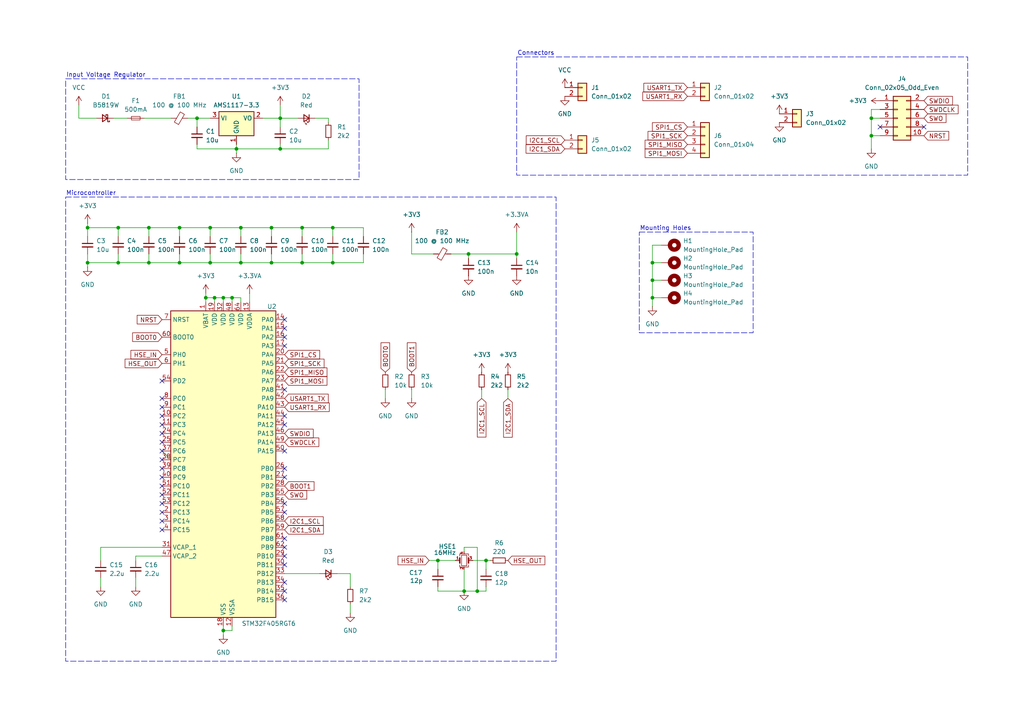
<source format=kicad_sch>
(kicad_sch (version 20231120) (generator "eeschema") (generator_version "8.0")
  (paper "A4")
  (lib_symbols
    (symbol "Connector_Generic:Conn_01x02" (pin_names (offset 1.016) hide)
      (property "Reference" "J" (at 0 2.54 0))
      (property "Value" "Conn_01x02" (at 0 -5.08 0))
      (symbol "Conn_01x02_1_1"
        (rectangle (start -1.27 -2.413) (end 0 -2.667) (stroke (width 0.1524)))
        (rectangle (start -1.27 0.127) (end 0 -0.127) (stroke (width 0.1524)))
        (rectangle (start -1.27 1.27) (end 1.27 -3.81) (stroke (width 0.254)) (fill (type background)))
        (pin passive line (at -5.08 0 0) (length 3.81) (name "Pin_1") (number "1"))
        (pin passive line (at -5.08 -2.54 0) (length 3.81) (name "Pin_2") (number "2"))
      )
    )
    (symbol "Connector_Generic:Conn_01x04" (pin_names (offset 1.016) hide)
      (property "Reference" "J" (at 0 5.08 0))
      (property "Value" "Conn_01x04" (at 0 -7.62 0))
      (symbol "Conn_01x04_1_1"
        (rectangle (start -1.27 -4.953) (end 0 -5.207) (stroke (width 0.1524)))
        (rectangle (start -1.27 -2.413) (end 0 -2.667) (stroke (width 0.1524)))
        (rectangle (start -1.27 0.127) (end 0 -0.127) (stroke (width 0.1524)))
        (rectangle (start -1.27 2.667) (end 0 2.413) (stroke (width 0.1524)))
        (rectangle (start -1.27 3.81) (end 1.27 -6.35) (stroke (width 0.254)) (fill (type background)))
        (pin passive line (at -5.08 2.54 0) (length 3.81) (name "Pin_1") (number "1"))
        (pin passive line (at -5.08 0 0) (length 3.81) (name "Pin_2") (number "2"))
        (pin passive line (at -5.08 -2.54 0) (length 3.81) (name "Pin_3") (number "3"))
        (pin passive line (at -5.08 -5.08 0) (length 3.81) (name "Pin_4") (number "4"))
      )
    )
    (symbol "Connector_Generic:Conn_02x05_Odd_Even" (pin_names (offset 1.016) hide)
      (property "Reference" "J" (at 1.27 7.62 0))
      (property "Value" "Conn_02x05_Odd_Even" (at 1.27 -7.62 0))
      (symbol "Conn_02x05_Odd_Even_1_1"
        (rectangle (start -1.27 -4.953) (end 0 -5.207) (stroke (width 0.1524)))
        (rectangle (start -1.27 -2.413) (end 0 -2.667) (stroke (width 0.1524)))
        (rectangle (start -1.27 0.127) (end 0 -0.127) (stroke (width 0.1524)))
        (rectangle (start -1.27 2.667) (end 0 2.413) (stroke (width 0.1524)))
        (rectangle (start -1.27 5.207) (end 0 4.953) (stroke (width 0.1524)))
        (rectangle (start -1.27 6.35) (end 3.81 -6.35) (stroke (width 0.254)) (fill (type background)))
        (rectangle (start 3.81 -4.953) (end 2.54 -5.207) (stroke (width 0.1524)))
        (rectangle (start 3.81 -2.413) (end 2.54 -2.667) (stroke (width 0.1524)))
        (rectangle (start 3.81 0.127) (end 2.54 -0.127) (stroke (width 0.1524)))
        (rectangle (start 3.81 2.667) (end 2.54 2.413) (stroke (width 0.1524)))
        (rectangle (start 3.81 5.207) (end 2.54 4.953) (stroke (width 0.1524)))
        (pin passive line (at -5.08 5.08 0) (length 3.81) (name "Pin_1") (number "1"))
        (pin passive line (at 7.62 -5.08 180) (length 3.81) (name "Pin_10") (number "10"))
        (pin passive line (at 7.62 5.08 180) (length 3.81) (name "Pin_2") (number "2"))
        (pin passive line (at -5.08 2.54 0) (length 3.81) (name "Pin_3") (number "3"))
        (pin passive line (at 7.62 2.54 180) (length 3.81) (name "Pin_4") (number "4"))
        (pin passive line (at -5.08 0 0) (length 3.81) (name "Pin_5") (number "5"))
        (pin passive line (at 7.62 0 180) (length 3.81) (name "Pin_6") (number "6"))
        (pin passive line (at -5.08 -2.54 0) (length 3.81) (name "Pin_7") (number "7"))
        (pin passive line (at 7.62 -2.54 180) (length 3.81) (name "Pin_8") (number "8"))
        (pin passive line (at -5.08 -5.08 0) (length 3.81) (name "Pin_9") (number "9"))
      )
    )
    (symbol "Device:C_Small" (pin_numbers hide) (pin_names (offset 0.254) hide)
      (property "Reference" "C" (at 0.254 1.778 0))
      (property "Value" "C_Small" (at 0.254 -2.032 0))
      (symbol "C_Small_0_1"
        (polyline (pts (xy -1.524 -0.508) (xy 1.524 -0.508)) (stroke (width 0.3302)))
        (polyline (pts (xy -1.524 0.508) (xy 1.524 0.508)) (stroke (width 0.3048)))
      )
      (symbol "C_Small_1_1"
        (pin passive line (at 0 2.54 270) (length 2.032) (name "~") (number "1"))
        (pin passive line (at 0 -2.54 90) (length 2.032) (name "~") (number "2"))
      )
    )
    (symbol "Device:Crystal_GND24_Small" (pin_names (offset 1.016) hide)
      (property "Reference" "Y" (at 1.27 4.445 0))
      (property "Value" "Crystal_GND24_Small" (at 1.27 2.54 0))
      (symbol "Crystal_GND24_Small_0_1"
        (rectangle (start -0.762 -1.524) (end 0.762 1.524))
        (polyline (pts (xy -1.27 -0.762) (xy -1.27 0.762)) (stroke (width 0.381)))
        (polyline (pts (xy 1.27 -0.762) (xy 1.27 0.762)) (stroke (width 0.381)))
        (polyline (pts (xy -1.27 -1.27) (xy -1.27 -1.905) (xy 1.27 -1.905) (xy 1.27 -1.27)))
        (polyline (pts (xy -1.27 1.27) (xy -1.27 1.905) (xy 1.27 1.905) (xy 1.27 1.27)))
      )
      (symbol "Crystal_GND24_Small_1_1"
        (pin passive line (at -2.54 0 0) (length 1.27) (name "1") (number "1"))
        (pin passive line (at 0 -2.54 90) (length 0.635) (name "2") (number "2"))
        (pin passive line (at 2.54 0 180) (length 1.27) (name "3") (number "3"))
        (pin passive line (at 0 2.54 270) (length 0.635) (name "4") (number "4"))
      )
    )
    (symbol "Device:D_Schottky_Small" (pin_numbers hide) (pin_names (offset 0.254) hide)
      (property "Reference" "D" (at -1.27 2.032 0))
      (property "Value" "D_Schottky_Small" (at -7.112 -2.032 0))
      (symbol "D_Schottky_Small_0_1"
        (polyline (pts (xy -0.762 0) (xy 0.762 0)))
        (polyline (pts (xy 0.762 -1.016) (xy -0.762 0) (xy 0.762 1.016) (xy 0.762 -1.016)) (stroke (width 0.254)))
        (polyline (pts (xy -1.27 0.762) (xy -1.27 1.016) (xy -0.762 1.016) (xy -0.762 -1.016) (xy -0.254 -1.016) (xy -0.254 -0.762)) (stroke (width 0.254)))
      )
      (symbol "D_Schottky_Small_1_1"
        (pin passive line (at -2.54 0 0) (length 1.778) (name "K") (number "1"))
        (pin passive line (at 2.54 0 180) (length 1.778) (name "A") (number "2"))
      )
    )
    (symbol "Device:FerriteBead_Small" (pin_numbers hide) (pin_names (offset 0))
      (property "Reference" "FB" (at 1.905 1.27 0))
      (property "Value" "FerriteBead_Small" (at 1.905 -1.27 0))
      (symbol "FerriteBead_Small_0_1"
        (polyline (pts (xy 0 -1.27) (xy 0 -0.7874)))
        (polyline (pts (xy 0 0.889) (xy 0 1.2954)))
        (polyline (pts (xy -1.8288 0.2794) (xy -1.1176 1.4986) (xy 1.8288 -0.2032) (xy 1.1176 -1.4224) (xy -1.8288 0.2794)))
      )
      (symbol "FerriteBead_Small_1_1"
        (pin passive line (at 0 2.54 270) (length 1.27) (name "~") (number "1"))
        (pin passive line (at 0 -2.54 90) (length 1.27) (name "~") (number "2"))
      )
    )
    (symbol "Device:Fuse_Small" (pin_numbers hide) (pin_names (offset 0.254) hide)
      (property "Reference" "F" (at 0 -1.524 0))
      (property "Value" "Fuse_Small" (at 0 1.524 0))
      (symbol "Fuse_Small_0_1"
        (rectangle (start -1.27 0.508) (end 1.27 -0.508))
        (polyline (pts (xy -1.27 0) (xy 1.27 0)))
      )
      (symbol "Fuse_Small_1_1"
        (pin passive line (at -2.54 0 0) (length 1.27) (name "~") (number "1"))
        (pin passive line (at 2.54 0 180) (length 1.27) (name "~") (number "2"))
      )
    )
    (symbol "Device:LED_Small" (pin_numbers hide) (pin_names (offset 0.254) hide)
      (property "Reference" "D" (at -1.27 3.175 0))
      (property "Value" "LED_Small" (at -4.445 -2.54 0))
      (symbol "LED_Small_0_1"
        (polyline (pts (xy -0.762 -1.016) (xy -0.762 1.016)) (stroke (width 0.254)))
        (polyline (pts (xy 1.016 0) (xy -0.762 0)))
        (polyline (pts (xy 0.762 -1.016) (xy -0.762 0) (xy 0.762 1.016) (xy 0.762 -1.016)) (stroke (width 0.254)))
        (polyline (pts (xy 0 0.762) (xy -0.508 1.27) (xy -0.254 1.27) (xy -0.508 1.27) (xy -0.508 1.016)))
        (polyline (pts (xy 0.508 1.27) (xy 0 1.778) (xy 0.254 1.778) (xy 0 1.778) (xy 0 1.524)))
      )
      (symbol "LED_Small_1_1"
        (pin passive line (at -2.54 0 0) (length 1.778) (name "K") (number "1"))
        (pin passive line (at 2.54 0 180) (length 1.778) (name "A") (number "2"))
      )
    )
    (symbol "Device:R_Small" (pin_numbers hide) (pin_names (offset 0.254) hide)
      (property "Reference" "R" (at 0.762 0.508 0))
      (property "Value" "R_Small" (at 0.762 -1.016 0))
      (symbol "R_Small_0_1"
        (rectangle (start -0.762 1.778) (end 0.762 -1.778) (stroke (width 0.2032)))
      )
      (symbol "R_Small_1_1"
        (pin passive line (at 0 2.54 270) (length 0.762) (name "~") (number "1"))
        (pin passive line (at 0 -2.54 90) (length 0.762) (name "~") (number "2"))
      )
    )
    (symbol "MCU_ST_STM32F4:STM32F405RGTx"
      (property "Reference" "U" (at -15.24 46.99 0))
      (property "Value" "STM32F405RGTx" (at 10.16 46.99 0))
      (symbol "STM32F405RGTx_0_1"
        (rectangle (start -15.24 -43.18) (end 15.24 45.72) (stroke (width 0.254)) (fill (type background)))
      )
      (symbol "STM32F405RGTx_1_1"
        (pin power_in line (at -5.08 48.26 270) (length 2.54) (name "VBAT") (number "1"))
        (pin bidirectional line (at -17.78 15.24 0) (length 2.54) (name "PC2") (number "10"))
        (pin bidirectional line (at -17.78 12.7 0) (length 2.54) (name "PC3") (number "11"))
        (pin power_in line (at 2.54 -45.72 90) (length 2.54) (name "VSSA") (number "12"))
        (pin power_in line (at 7.62 48.26 270) (length 2.54) (name "VDDA") (number "13"))
        (pin bidirectional line (at 17.78 43.18 180) (length 2.54) (name "PA0") (number "14"))
        (pin bidirectional line (at 17.78 40.64 180) (length 2.54) (name "PA1") (number "15"))
        (pin bidirectional line (at 17.78 38.1 180) (length 2.54) (name "PA2") (number "16"))
        (pin bidirectional line (at 17.78 35.56 180) (length 2.54) (name "PA3") (number "17"))
        (pin power_in line (at 0 -45.72 90) (length 2.54) (name "VSS") (number "18"))
        (pin power_in line (at -2.54 48.26 270) (length 2.54) (name "VDD") (number "19"))
        (pin bidirectional line (at -17.78 -12.7 0) (length 2.54) (name "PC13") (number "2"))
        (pin bidirectional line (at 17.78 33.02 180) (length 2.54) (name "PA4") (number "20"))
        (pin bidirectional line (at 17.78 30.48 180) (length 2.54) (name "PA5") (number "21"))
        (pin bidirectional line (at 17.78 27.94 180) (length 2.54) (name "PA6") (number "22"))
        (pin bidirectional line (at 17.78 25.4 180) (length 2.54) (name "PA7") (number "23"))
        (pin bidirectional line (at -17.78 10.16 0) (length 2.54) (name "PC4") (number "24"))
        (pin bidirectional line (at -17.78 7.62 0) (length 2.54) (name "PC5") (number "25"))
        (pin bidirectional line (at 17.78 0 180) (length 2.54) (name "PB0") (number "26"))
        (pin bidirectional line (at 17.78 -2.54 180) (length 2.54) (name "PB1") (number "27"))
        (pin bidirectional line (at 17.78 -5.08 180) (length 2.54) (name "PB2") (number "28"))
        (pin bidirectional line (at 17.78 -25.4 180) (length 2.54) (name "PB10") (number "29"))
        (pin bidirectional line (at -17.78 -15.24 0) (length 2.54) (name "PC14") (number "3"))
        (pin bidirectional line (at 17.78 -27.94 180) (length 2.54) (name "PB11") (number "30"))
        (pin power_out line (at -17.78 -22.86 0) (length 2.54) (name "VCAP_1") (number "31"))
        (pin power_in line (at 0 48.26 270) (length 2.54) (name "VDD") (number "32"))
        (pin bidirectional line (at 17.78 -30.48 180) (length 2.54) (name "PB12") (number "33"))
        (pin bidirectional line (at 17.78 -33.02 180) (length 2.54) (name "PB13") (number "34"))
        (pin bidirectional line (at 17.78 -35.56 180) (length 2.54) (name "PB14") (number "35"))
        (pin bidirectional line (at 17.78 -38.1 180) (length 2.54) (name "PB15") (number "36"))
        (pin bidirectional line (at -17.78 5.08 0) (length 2.54) (name "PC6") (number "37"))
        (pin bidirectional line (at -17.78 2.54 0) (length 2.54) (name "PC7") (number "38"))
        (pin bidirectional line (at -17.78 0 0) (length 2.54) (name "PC8") (number "39"))
        (pin bidirectional line (at -17.78 -17.78 0) (length 2.54) (name "PC15") (number "4"))
        (pin bidirectional line (at -17.78 -2.54 0) (length 2.54) (name "PC9") (number "40"))
        (pin bidirectional line (at 17.78 22.86 180) (length 2.54) (name "PA8") (number "41"))
        (pin bidirectional line (at 17.78 20.32 180) (length 2.54) (name "PA9") (number "42"))
        (pin bidirectional line (at 17.78 17.78 180) (length 2.54) (name "PA10") (number "43"))
        (pin bidirectional line (at 17.78 15.24 180) (length 2.54) (name "PA11") (number "44"))
        (pin bidirectional line (at 17.78 12.7 180) (length 2.54) (name "PA12") (number "45"))
        (pin bidirectional line (at 17.78 10.16 180) (length 2.54) (name "PA13") (number "46"))
        (pin power_out line (at -17.78 -25.4 0) (length 2.54) (name "VCAP_2") (number "47"))
        (pin power_in line (at 2.54 48.26 270) (length 2.54) (name "VDD") (number "48"))
        (pin bidirectional line (at 17.78 7.62 180) (length 2.54) (name "PA14") (number "49"))
        (pin bidirectional line (at -17.78 33.02 0) (length 2.54) (name "PH0") (number "5"))
        (pin bidirectional line (at 17.78 5.08 180) (length 2.54) (name "PA15") (number "50"))
        (pin bidirectional line (at -17.78 -5.08 0) (length 2.54) (name "PC10") (number "51"))
        (pin bidirectional line (at -17.78 -7.62 0) (length 2.54) (name "PC11") (number "52"))
        (pin bidirectional line (at -17.78 -10.16 0) (length 2.54) (name "PC12") (number "53"))
        (pin bidirectional line (at -17.78 25.4 0) (length 2.54) (name "PD2") (number "54"))
        (pin bidirectional line (at 17.78 -7.62 180) (length 2.54) (name "PB3") (number "55"))
        (pin bidirectional line (at 17.78 -10.16 180) (length 2.54) (name "PB4") (number "56"))
        (pin bidirectional line (at 17.78 -12.7 180) (length 2.54) (name "PB5") (number "57"))
        (pin bidirectional line (at 17.78 -15.24 180) (length 2.54) (name "PB6") (number "58"))
        (pin bidirectional line (at 17.78 -17.78 180) (length 2.54) (name "PB7") (number "59"))
        (pin bidirectional line (at -17.78 30.48 0) (length 2.54) (name "PH1") (number "6"))
        (pin input line (at -17.78 38.1 0) (length 2.54) (name "BOOT0") (number "60"))
        (pin bidirectional line (at 17.78 -20.32 180) (length 2.54) (name "PB8") (number "61"))
        (pin bidirectional line (at 17.78 -22.86 180) (length 2.54) (name "PB9") (number "62"))
        (pin passive line (at 0 -45.72 90) (length 2.54) hide (name "VSS") (number "63"))
        (pin power_in line (at 5.08 48.26 270) (length 2.54) (name "VDD") (number "64"))
        (pin input line (at -17.78 43.18 0) (length 2.54) (name "NRST") (number "7"))
        (pin bidirectional line (at -17.78 20.32 0) (length 2.54) (name "PC0") (number "8"))
        (pin bidirectional line (at -17.78 17.78 0) (length 2.54) (name "PC1") (number "9"))
      )
    )
    (symbol "Mechanical:MountingHole_Pad" (pin_numbers hide) (pin_names (offset 1.016) hide) (exclude_from_sim yes) (in_bom no)
      (property "Reference" "H" (at 0 6.35 0))
      (property "Value" "MountingHole_Pad" (at 0 4.445 0))
      (symbol "MountingHole_Pad_0_1"
        (circle (center 0 1.27) (radius 1.27) (stroke (width 1.27)))
      )
      (symbol "MountingHole_Pad_1_1"
        (pin input line (at 0 -2.54 90) (length 2.54) (name "1") (number "1"))
      )
    )
    (symbol "Regulator_Linear:AMS1117-3.3"
      (property "Reference" "U" (at -3.81 3.175 0))
      (property "Value" "AMS1117-3.3" (at 0 3.175 0))
      (symbol "AMS1117-3.3_0_1"
        (rectangle (start -5.08 -5.08) (end 5.08 1.905) (stroke (width 0.254)) (fill (type background)))
      )
      (symbol "AMS1117-3.3_1_1"
        (pin power_in line (at 0 -7.62 90) (length 2.54) (name "GND") (number "1"))
        (pin power_out line (at 7.62 0 180) (length 2.54) (name "VO") (number "2"))
        (pin power_in line (at -7.62 0 0) (length 2.54) (name "VI") (number "3"))
      )
    )
    (symbol "power:+3.3VA" (power) (pin_numbers hide) (pin_names (offset 0) hide)
      (property "Value" "+3.3VA" (at 0 3.556 0))
      (symbol "+3.3VA_0_1"
        (polyline (pts (xy -0.762 1.27) (xy 0 2.54)))
        (polyline (pts (xy 0 0) (xy 0 2.54)))
        (polyline (pts (xy 0 2.54) (xy 0.762 1.27)))
      )
      (symbol "+3.3VA_1_1"
        (pin power_in line (at 0 0 90) (length 0) (name "~") (number "1"))
      )
    )
    (symbol "power:+3V3" (power) (pin_numbers hide) (pin_names (offset 0) hide)
      (property "Value" "+3V3" (at 0 3.556 0))
      (symbol "+3V3_0_1"
        (polyline (pts (xy -0.762 1.27) (xy 0 2.54)))
        (polyline (pts (xy 0 0) (xy 0 2.54)))
        (polyline (pts (xy 0 2.54) (xy 0.762 1.27)))
      )
      (symbol "+3V3_1_1"
        (pin power_in line (at 0 0 90) (length 0) (name "~") (number "1"))
      )
    )
    (symbol "power:GND" (power) (pin_numbers hide) (pin_names (offset 0) hide)
      (property "Value" "GND" (at 0 -3.81 0))
      (symbol "GND_0_1"
        (polyline (pts (xy 0 0) (xy 0 -1.27) (xy 1.27 -1.27) (xy 0 -2.54) (xy -1.27 -1.27) (xy 0 -1.27)))
      )
      (symbol "GND_1_1"
        (pin power_in line (at 0 0 270) (length 0) (name "~") (number "1"))
      )
    )
    (symbol "power:VCC" (power) (pin_numbers hide) (pin_names (offset 0) hide)
      (property "Value" "VCC" (at 0 3.556 0))
      (symbol "VCC_0_1"
        (polyline (pts (xy -0.762 1.27) (xy 0 2.54)))
        (polyline (pts (xy 0 0) (xy 0 2.54)))
        (polyline (pts (xy 0 2.54) (xy 0.762 1.27)))
      )
      (symbol "VCC_1_1"
        (pin power_in line (at 0 0 90) (length 0) (name "~") (number "1"))
      )
    )
  )
  (junction (at 60.96 76.2))
  (junction (at 25.4 76.2))
  (junction (at 68.58 43.18))
  (junction (at 134.62 171.45))
  (junction (at 189.23 86.36))
  (junction (at 59.69 86.36))
  (junction (at 34.29 76.2))
  (junction (at 127 162.56))
  (junction (at 34.29 66.04))
  (junction (at 135.89 73.66))
  (junction (at 62.23 86.36))
  (junction (at 81.28 43.18))
  (junction (at 69.85 76.2))
  (junction (at 96.52 66.04))
  (junction (at 60.96 66.04))
  (junction (at 64.77 182.88))
  (junction (at 149.86 73.66))
  (junction (at 43.18 76.2))
  (junction (at 78.74 76.2))
  (junction (at 252.73 34.29))
  (junction (at 25.4 66.04))
  (junction (at 189.23 76.2))
  (junction (at 43.18 66.04))
  (junction (at 52.07 76.2))
  (junction (at 69.85 66.04))
  (junction (at 189.23 81.28))
  (junction (at 96.52 76.2))
  (junction (at 57.15 34.29))
  (junction (at 67.31 86.36))
  (junction (at 64.77 86.36))
  (junction (at 138.43 171.45))
  (junction (at 252.73 39.37))
  (junction (at 140.97 162.56))
  (junction (at 81.28 34.29))
  (junction (at 52.07 66.04))
  (junction (at 87.63 66.04))
  (junction (at 87.63 76.2))
  (junction (at 78.74 66.04))
  (no_connect (at 82.55 130.81))
  (no_connect (at 46.99 120.65))
  (no_connect (at 46.99 140.97))
  (no_connect (at 46.99 153.67))
  (no_connect (at 46.99 133.35))
  (no_connect (at 46.99 123.19))
  (no_connect (at 46.99 148.59))
  (no_connect (at 46.99 118.11))
  (no_connect (at 46.99 143.51))
  (no_connect (at 46.99 151.13))
  (no_connect (at 82.55 138.43))
  (no_connect (at 82.55 171.45))
  (no_connect (at 46.99 125.73))
  (no_connect (at 82.55 92.71))
  (no_connect (at 46.99 138.43))
  (no_connect (at 46.99 146.05))
  (no_connect (at 82.55 161.29))
  (no_connect (at 82.55 156.21))
  (no_connect (at 267.97 36.83))
  (no_connect (at 82.55 95.25))
  (no_connect (at 255.27 36.83))
  (no_connect (at 82.55 158.75))
  (no_connect (at 46.99 135.89))
  (no_connect (at 82.55 148.59))
  (no_connect (at 46.99 115.57))
  (no_connect (at 82.55 168.91))
  (no_connect (at 46.99 110.49))
  (no_connect (at 82.55 135.89))
  (no_connect (at 82.55 97.79))
  (no_connect (at 82.55 163.83))
  (no_connect (at 82.55 120.65))
  (no_connect (at 82.55 173.99))
  (no_connect (at 46.99 128.27))
  (no_connect (at 46.99 130.81))
  (no_connect (at 82.55 123.19))
  (no_connect (at 82.55 100.33))
  (no_connect (at 82.55 146.05))
  (no_connect (at 82.55 113.03))
  (bus_entry (at 46.99 130.81) (size 2.54 2.54))
  (wire (pts (xy 252.73 34.29) (xy 252.73 39.37)))
  (wire (pts (xy 138.43 171.45) (xy 134.62 171.45)))
  (wire (pts (xy 140.97 162.56) (xy 140.97 165.1)))
  (wire (pts (xy 105.41 76.2) (xy 105.41 73.66)))
  (wire (pts (xy 29.21 158.75) (xy 46.99 158.75)))
  (wire (pts (xy 25.4 64.77) (xy 25.4 66.04)))
  (wire (pts (xy 252.73 39.37) (xy 255.27 39.37)))
  (wire (pts (xy 189.23 86.36) (xy 189.23 88.9)))
  (wire (pts (xy 101.6 175.26) (xy 101.6 177.8)))
  (wire (pts (xy 96.52 76.2) (xy 105.41 76.2)))
  (wire (pts (xy 137.16 162.56) (xy 140.97 162.56)))
  (wire (pts (xy 191.77 71.12) (xy 189.23 71.12)))
  (wire (pts (xy 39.37 162.56) (xy 39.37 161.29)))
  (wire (pts (xy 57.15 34.29) (xy 60.96 34.29)))
  (wire (pts (xy 252.73 39.37) (xy 252.73 43.18)))
  (wire (pts (xy 68.58 41.91) (xy 68.58 43.18)))
  (wire (pts (xy 87.63 73.66) (xy 87.63 76.2)))
  (wire (pts (xy 139.7 113.03) (xy 139.7 115.57)))
  (wire (pts (xy 95.25 40.64) (xy 95.25 43.18)))
  (wire (pts (xy 255.27 31.75) (xy 252.73 31.75)))
  (wire (pts (xy 25.4 73.66) (xy 25.4 76.2)))
  (wire (pts (xy 127 162.56) (xy 127 165.1)))
  (wire (pts (xy 69.85 73.66) (xy 69.85 76.2)))
  (wire (pts (xy 149.86 67.31) (xy 149.86 73.66)))
  (wire (pts (xy 43.18 76.2) (xy 52.07 76.2)))
  (wire (pts (xy 67.31 86.36) (xy 64.77 86.36)))
  (wire (pts (xy 62.23 86.36) (xy 62.23 87.63)))
  (wire (pts (xy 34.29 66.04) (xy 25.4 66.04)))
  (wire (pts (xy 57.15 41.91) (xy 57.15 43.18)))
  (wire (pts (xy 119.38 73.66) (xy 125.73 73.66)))
  (wire (pts (xy 127 171.45) (xy 134.62 171.45)))
  (wire (pts (xy 124.46 162.56) (xy 127 162.56)))
  (wire (pts (xy 43.18 66.04) (xy 43.18 68.58)))
  (wire (pts (xy 127 162.56) (xy 132.08 162.56)))
  (wire (pts (xy 134.62 165.1) (xy 134.62 171.45)))
  (wire (pts (xy 64.77 182.88) (xy 64.77 184.15)))
  (wire (pts (xy 69.85 86.36) (xy 67.31 86.36)))
  (wire (pts (xy 96.52 66.04) (xy 96.52 68.58)))
  (wire (pts (xy 81.28 34.29) (xy 86.36 34.29)))
  (wire (pts (xy 54.61 34.29) (xy 57.15 34.29)))
  (wire (pts (xy 67.31 182.88) (xy 64.77 182.88)))
  (wire (pts (xy 29.21 162.56) (xy 29.21 158.75)))
  (wire (pts (xy 59.69 85.09) (xy 59.69 86.36)))
  (wire (pts (xy 147.32 113.03) (xy 147.32 115.57)))
  (wire (pts (xy 149.86 73.66) (xy 149.86 74.93)))
  (wire (pts (xy 105.41 66.04) (xy 96.52 66.04)))
  (wire (pts (xy 97.79 166.37) (xy 101.6 166.37)))
  (wire (pts (xy 59.69 86.36) (xy 59.69 87.63)))
  (wire (pts (xy 81.28 30.48) (xy 81.28 34.29)))
  (wire (pts (xy 43.18 66.04) (xy 34.29 66.04)))
  (wire (pts (xy 127 170.18) (xy 127 171.45)))
  (wire (pts (xy 60.96 66.04) (xy 52.07 66.04)))
  (wire (pts (xy 82.55 166.37) (xy 92.71 166.37)))
  (wire (pts (xy 87.63 66.04) (xy 87.63 68.58)))
  (wire (pts (xy 60.96 76.2) (xy 69.85 76.2)))
  (wire (pts (xy 29.21 167.64) (xy 29.21 170.18)))
  (wire (pts (xy 52.07 66.04) (xy 52.07 68.58)))
  (wire (pts (xy 119.38 113.03) (xy 119.38 115.57)))
  (wire (pts (xy 52.07 66.04) (xy 43.18 66.04)))
  (wire (pts (xy 140.97 170.18) (xy 140.97 171.45)))
  (wire (pts (xy 60.96 66.04) (xy 60.96 68.58)))
  (wire (pts (xy 81.28 41.91) (xy 81.28 43.18)))
  (wire (pts (xy 189.23 86.36) (xy 191.77 86.36)))
  (wire (pts (xy 101.6 166.37) (xy 101.6 170.18)))
  (wire (pts (xy 39.37 167.64) (xy 39.37 170.18)))
  (wire (pts (xy 81.28 43.18) (xy 68.58 43.18)))
  (wire (pts (xy 119.38 67.31) (xy 119.38 73.66)))
  (wire (pts (xy 33.02 34.29) (xy 36.83 34.29)))
  (wire (pts (xy 67.31 86.36) (xy 67.31 87.63)))
  (wire (pts (xy 64.77 86.36) (xy 64.77 87.63)))
  (wire (pts (xy 69.85 87.63) (xy 69.85 86.36)))
  (wire (pts (xy 57.15 43.18) (xy 68.58 43.18)))
  (wire (pts (xy 34.29 76.2) (xy 43.18 76.2)))
  (wire (pts (xy 189.23 71.12) (xy 189.23 76.2)))
  (wire (pts (xy 57.15 34.29) (xy 57.15 36.83)))
  (wire (pts (xy 189.23 81.28) (xy 191.77 81.28)))
  (wire (pts (xy 134.62 160.02) (xy 134.62 158.75)))
  (wire (pts (xy 87.63 76.2) (xy 96.52 76.2)))
  (wire (pts (xy 22.86 30.48) (xy 22.86 34.29)))
  (wire (pts (xy 64.77 181.61) (xy 64.77 182.88)))
  (wire (pts (xy 78.74 66.04) (xy 78.74 68.58)))
  (wire (pts (xy 60.96 73.66) (xy 60.96 76.2)))
  (wire (pts (xy 69.85 76.2) (xy 78.74 76.2)))
  (wire (pts (xy 25.4 76.2) (xy 25.4 77.47)))
  (wire (pts (xy 39.37 161.29) (xy 46.99 161.29)))
  (wire (pts (xy 81.28 34.29) (xy 81.28 36.83)))
  (wire (pts (xy 91.44 34.29) (xy 95.25 34.29)))
  (wire (pts (xy 52.07 76.2) (xy 60.96 76.2)))
  (wire (pts (xy 189.23 76.2) (xy 191.77 76.2)))
  (wire (pts (xy 105.41 68.58) (xy 105.41 66.04)))
  (wire (pts (xy 62.23 86.36) (xy 59.69 86.36)))
  (wire (pts (xy 72.39 85.09) (xy 72.39 87.63)))
  (wire (pts (xy 25.4 76.2) (xy 34.29 76.2)))
  (wire (pts (xy 25.4 66.04) (xy 25.4 68.58)))
  (wire (pts (xy 43.18 73.66) (xy 43.18 76.2)))
  (wire (pts (xy 34.29 66.04) (xy 34.29 68.58)))
  (wire (pts (xy 96.52 73.66) (xy 96.52 76.2)))
  (wire (pts (xy 78.74 66.04) (xy 69.85 66.04)))
  (wire (pts (xy 135.89 73.66) (xy 135.89 74.93)))
  (wire (pts (xy 41.91 34.29) (xy 49.53 34.29)))
  (wire (pts (xy 87.63 66.04) (xy 78.74 66.04)))
  (wire (pts (xy 96.52 66.04) (xy 87.63 66.04)))
  (wire (pts (xy 140.97 171.45) (xy 138.43 171.45)))
  (wire (pts (xy 76.2 34.29) (xy 81.28 34.29)))
  (wire (pts (xy 69.85 66.04) (xy 60.96 66.04)))
  (wire (pts (xy 68.58 43.18) (xy 68.58 44.45)))
  (wire (pts (xy 138.43 158.75) (xy 138.43 171.45)))
  (wire (pts (xy 95.25 43.18) (xy 81.28 43.18)))
  (wire (pts (xy 64.77 86.36) (xy 62.23 86.36)))
  (wire (pts (xy 52.07 73.66) (xy 52.07 76.2)))
  (wire (pts (xy 111.76 113.03) (xy 111.76 115.57)))
  (wire (pts (xy 22.86 34.29) (xy 27.94 34.29)))
  (wire (pts (xy 189.23 76.2) (xy 189.23 81.28)))
  (wire (pts (xy 95.25 34.29) (xy 95.25 35.56)))
  (wire (pts (xy 135.89 73.66) (xy 149.86 73.66)))
  (wire (pts (xy 252.73 31.75) (xy 252.73 34.29)))
  (wire (pts (xy 252.73 34.29) (xy 255.27 34.29)))
  (wire (pts (xy 140.97 162.56) (xy 142.24 162.56)))
  (wire (pts (xy 130.81 73.66) (xy 135.89 73.66)))
  (wire (pts (xy 189.23 81.28) (xy 189.23 86.36)))
  (wire (pts (xy 78.74 73.66) (xy 78.74 76.2)))
  (wire (pts (xy 134.62 158.75) (xy 138.43 158.75)))
  (wire (pts (xy 69.85 66.04) (xy 69.85 68.58)))
  (wire (pts (xy 67.31 181.61) (xy 67.31 182.88)))
  (wire (pts (xy 34.29 73.66) (xy 34.29 76.2)))
  (wire (pts (xy 78.74 76.2) (xy 87.63 76.2)))
  (rectangle (start 19.05 57.15) (end 161.29 191.77) (stroke (width 0) (type dash)))
  (rectangle (start 185.42 67.31) (end 218.44 96.52) (stroke (width 0) (type dash)))
  (rectangle (start 149.86 16.51) (end 280.67 50.8) (stroke (width 0) (type dash)))
  (rectangle (start 19.05 22.86) (end 104.14 52.07) (stroke (width 0) (type dash)))
  (text "Mounting Holes" (at 193.04 66.294 0) (effects (font (size 1.27 1.27))))
  (text "Connectors" (at 155.448 15.494 0) (effects (font (size 1.27 1.27))))
  (text "Microcontroller" (at 26.416 56.134 0) (effects (font (size 1.27 1.27))))
  (text "Input Voltage Regulator" (at 30.734 21.844 0) (effects (font (size 1.27 1.27))))
  (global_label "SWO" (shape input) (at 267.97 34.29 0) (property "Intersheetrefs" "${INTERSHEET_REFS}" (effects (hide yes))))
  (global_label "USART1_TX" (shape input) (at 199.39 25.4 180) (property "Intersheetrefs" "${INTERSHEET_REFS}" (effects (hide yes))))
  (global_label "BOOT1" (shape input) (at 119.38 107.95 90) (property "Intersheetrefs" "${INTERSHEET_REFS}" (effects (hide yes))))
  (global_label "I2C1_SCL" (shape input) (at 82.55 151.13 0) (property "Intersheetrefs" "${INTERSHEET_REFS}" (effects (hide yes))))
  (global_label "SWDIO" (shape input) (at 267.97 29.21 0) (property "Intersheetrefs" "${INTERSHEET_REFS}" (effects (hide yes))))
  (global_label "HSE_IN" (shape input) (at 46.99 102.87 180) (property "Intersheetrefs" "${INTERSHEET_REFS}" (effects (hide yes))))
  (global_label "HSE_OUT" (shape input) (at 147.32 162.56 0) (property "Intersheetrefs" "${INTERSHEET_REFS}" (effects (hide yes))))
  (global_label "I2C1_SDA" (shape input) (at 163.83 43.18 180) (property "Intersheetrefs" "${INTERSHEET_REFS}" (effects (hide yes))))
  (global_label "SPI1_MOSI" (shape input) (at 199.39 44.45 180) (property "Intersheetrefs" "${INTERSHEET_REFS}" (effects (hide yes))))
  (global_label "I2C1_SCL" (shape input) (at 139.7 115.57 270) (property "Intersheetrefs" "${INTERSHEET_REFS}" (effects (hide yes))))
  (global_label "BOOT0" (shape input) (at 46.99 97.79 180) (property "Intersheetrefs" "${INTERSHEET_REFS}" (effects (hide yes))))
  (global_label "BOOT0" (shape input) (at 111.76 107.95 90) (property "Intersheetrefs" "${INTERSHEET_REFS}" (effects (hide yes))))
  (global_label "SWDIO" (shape input) (at 82.55 125.73 0) (property "Intersheetrefs" "${INTERSHEET_REFS}" (effects (hide yes))))
  (global_label "SPI1_MISO" (shape input) (at 199.39 41.91 180) (property "Intersheetrefs" "${INTERSHEET_REFS}" (effects (hide yes))))
  (global_label "HSE_OUT" (shape input) (at 46.99 105.41 180) (property "Intersheetrefs" "${INTERSHEET_REFS}" (effects (hide yes))))
  (global_label "SPI1_CS" (shape input) (at 199.39 36.83 180) (property "Intersheetrefs" "${INTERSHEET_REFS}" (effects (hide yes))))
  (global_label "USART1_RX" (shape input) (at 199.39 27.94 180) (property "Intersheetrefs" "${INTERSHEET_REFS}" (effects (hide yes))))
  (global_label "BOOT1" (shape input) (at 82.55 140.97 0) (property "Intersheetrefs" "${INTERSHEET_REFS}" (effects (hide yes))))
  (global_label "NRST" (shape input) (at 267.97 39.37 0) (property "Intersheetrefs" "${INTERSHEET_REFS}" (effects (hide yes))))
  (global_label "USART1_TX" (shape input) (at 82.55 115.57 0) (property "Intersheetrefs" "${INTERSHEET_REFS}" (effects (hide yes))))
  (global_label "I2C1_SDA" (shape input) (at 147.32 115.57 270) (property "Intersheetrefs" "${INTERSHEET_REFS}" (effects (hide yes))))
  (global_label "USART1_RX" (shape input) (at 82.55 118.11 0) (property "Intersheetrefs" "${INTERSHEET_REFS}" (effects (hide yes))))
  (global_label "SWDCLK" (shape input) (at 82.55 128.27 0) (property "Intersheetrefs" "${INTERSHEET_REFS}" (effects (hide yes))))
  (global_label "NRST" (shape input) (at 46.99 92.71 180) (property "Intersheetrefs" "${INTERSHEET_REFS}" (effects (hide yes))))
  (global_label "SWDCLK" (shape input) (at 267.97 31.75 0) (property "Intersheetrefs" "${INTERSHEET_REFS}" (effects (hide yes))))
  (global_label "I2C1_SDA" (shape input) (at 82.55 153.67 0) (property "Intersheetrefs" "${INTERSHEET_REFS}" (effects (hide yes))))
  (global_label "SPI1_CS" (shape input) (at 82.55 102.87 0) (property "Intersheetrefs" "${INTERSHEET_REFS}" (effects (hide yes))))
  (global_label "SPI1_MOSI" (shape input) (at 82.55 110.49 0) (property "Intersheetrefs" "${INTERSHEET_REFS}" (effects (hide yes))))
  (global_label "SPI1_SCK" (shape input) (at 199.39 39.37 180) (property "Intersheetrefs" "${INTERSHEET_REFS}" (effects (hide yes))))
  (global_label "I2C1_SCL" (shape input) (at 163.83 40.64 180) (property "Intersheetrefs" "${INTERSHEET_REFS}" (effects (hide yes))))
  (global_label "SPI1_MISO" (shape input) (at 82.55 107.95 0) (property "Intersheetrefs" "${INTERSHEET_REFS}" (effects (hide yes))))
  (global_label "HSE_IN" (shape input) (at 124.46 162.56 180) (property "Intersheetrefs" "${INTERSHEET_REFS}" (effects (hide yes))))
  (global_label "SPI1_SCK" (shape input) (at 82.55 105.41 0) (property "Intersheetrefs" "${INTERSHEET_REFS}" (effects (hide yes))))
  (global_label "SWO" (shape input) (at 82.55 143.51 0) (property "Intersheetrefs" "${INTERSHEET_REFS}" (effects (hide yes))))
  (symbol (lib_id "power:+3V3") (at 81.28 30.48 0) (unit 1)
    (property "Reference" "#PWR05" (effects (hide yes)))
    (property "Value" "+3V3" (at 81.28 25.4 0))
    (property "Description" "Power symbol creates a global label with name \"+3V3\"" (effects (hide yes)))
  )
  (symbol (lib_id "Device:C_Small") (at 29.21 165.1 0) (unit 1)
    (property "Reference" "C15" (at 31.75 163.8362 0) (effects (justify left)))
    (property "Value" "2.2u" (at 31.75 166.3762 0) (effects (justify left)))
    (property "Footprint" "Capacitor_SMD:C_0201_0603Metric" (effects (hide yes)))
    (property "Description" "Unpolarized capacitor, small symbol" (effects (hide yes)))
  )
  (symbol (lib_id "power:GND") (at 39.37 170.18 0) (unit 1)
    (property "Reference" "#PWR024" (effects (hide yes)))
    (property "Value" "GND" (at 39.37 175.26 0))
    (property "Description" "Power symbol creates a global label with name \"GND\" , ground" (effects (hide yes)))
  )
  (symbol (lib_id "power:VCC") (at 22.86 30.48 0) (unit 1)
    (property "Reference" "#PWR04" (effects (hide yes)))
    (property "Value" "VCC" (at 22.86 25.4 0))
    (property "Description" "Power symbol creates a global label with name \"VCC\"" (effects (hide yes)))
  )
  (symbol (lib_id "power:GND") (at 68.58 44.45 0) (unit 1)
    (property "Reference" "#PWR09" (effects (hide yes)))
    (property "Value" "GND" (at 68.58 49.53 0))
    (property "Description" "Power symbol creates a global label with name \"GND\" , ground" (effects (hide yes)))
  )
  (symbol (lib_id "power:GND") (at 25.4 77.47 0) (unit 1)
    (property "Reference" "#PWR013" (effects (hide yes)))
    (property "Value" "GND" (at 25.4 82.55 0))
    (property "Description" "Power symbol creates a global label with name \"GND\" , ground" (effects (hide yes)))
  )
  (symbol (lib_id "Device:C_Small") (at 105.41 71.12 0) (unit 1)
    (property "Reference" "C12" (at 107.95 69.8562 0) (effects (justify left)))
    (property "Value" "100n" (at 107.95 72.3962 0) (effects (justify left)))
    (property "Footprint" "Capacitor_SMD:C_0402_1005Metric" (effects (hide yes)))
    (property "Description" "Unpolarized capacitor, small symbol" (effects (hide yes)))
  )
  (symbol (lib_id "power:GND") (at 111.76 115.57 0) (unit 1)
    (property "Reference" "#PWR021" (effects (hide yes)))
    (property "Value" "GND" (at 111.76 120.65 0))
    (property "Description" "Power symbol creates a global label with name \"GND\" , ground" (effects (hide yes)))
  )
  (symbol (lib_id "Device:C_Small") (at 127 167.64 0) (unit 1)
    (property "Reference" "C17" (at 118.618 166.116 0) (effects (justify left)))
    (property "Value" "12p" (at 118.872 168.402 0) (effects (justify left)))
    (property "Footprint" "Capacitor_SMD:C_0402_1005Metric" (effects (hide yes)))
    (property "Description" "Unpolarized capacitor, small symbol" (effects (hide yes)))
  )
  (symbol (lib_id "Connector_Generic:Conn_01x02") (at 168.91 40.64 0) (unit 1)
    (property "Reference" "J5" (at 171.45 40.6399 0) (effects (justify left)))
    (property "Value" "Conn_01x02" (at 171.45 43.1799 0) (effects (justify left)))
    (property "Footprint" "Connector_PinHeader_2.54mm:PinHeader_1x02_P2.54mm_Vertical" (effects (hide yes)))
    (property "Description" "Generic connector, single row, 01x02, script generated (kicad-library-utils/schlib/autogen/connector/)" (effects (hide yes)))
  )
  (symbol (lib_id "Device:R_Small") (at 139.7 110.49 180) (unit 1)
    (property "Reference" "R4" (at 142.24 109.2199 0) (effects (justify right)))
    (property "Value" "2k2" (at 142.24 111.7599 0) (effects (justify right)))
    (property "Footprint" "Resistor_SMD:R_0402_1005Metric" (effects (hide yes)))
    (property "Description" "Resistor, small symbol" (effects (hide yes)))
  )
  (symbol (lib_id "Device:C_Small") (at 25.4 71.12 0) (unit 1)
    (property "Reference" "C3" (at 27.94 69.8562 0) (effects (justify left)))
    (property "Value" "10u" (at 27.94 72.3962 0) (effects (justify left)))
    (property "Footprint" "Capacitor_SMD:C_0603_1608Metric" (effects (hide yes)))
    (property "Description" "Unpolarized capacitor, small symbol" (effects (hide yes)))
  )
  (symbol (lib_id "Device:C_Small") (at 135.89 77.47 0) (unit 1)
    (property "Reference" "C13" (at 138.43 76.2062 0) (effects (justify left)))
    (property "Value" "100n" (at 138.43 78.7462 0) (effects (justify left)))
    (property "Footprint" "Capacitor_SMD:C_0402_1005Metric" (effects (hide yes)))
    (property "Description" "Unpolarized capacitor, small symbol" (effects (hide yes)))
  )
  (symbol (lib_id "Connector_Generic:Conn_01x02") (at 168.91 25.4 0) (unit 1)
    (property "Reference" "J1" (at 171.45 25.3999 0) (effects (justify left)))
    (property "Value" "Conn_01x02" (at 171.45 27.9399 0) (effects (justify left)))
    (property "Footprint" "Connector_PinHeader_2.54mm:PinHeader_1x02_P2.54mm_Vertical" (effects (hide yes)))
    (property "Description" "Generic connector, single row, 01x02, script generated (kicad-library-utils/schlib/autogen/connector/)" (effects (hide yes)))
  )
  (symbol (lib_id "Mechanical:MountingHole_Pad") (at 194.31 81.28 270) (unit 1) (exclude_from_sim yes) (in_bom no)
    (property "Reference" "H3" (at 198.12 80.0099 90) (effects (justify left)))
    (property "Value" "MountingHole_Pad" (at 198.12 82.5499 90) (effects (justify left)))
    (property "Footprint" "MountingHole:MountingHole_4.3mm_M4_Pad_Via" (effects (hide yes)))
    (property "Description" "Mounting Hole with connection" (effects (hide yes)))
  )
  (symbol (lib_id "Device:LED_Small") (at 88.9 34.29 180) (unit 1)
    (property "Reference" "D2" (at 88.8365 27.94 0))
    (property "Value" "Red" (at 88.8365 30.48 0))
    (property "Footprint" "LED_SMD:LED_0603_1608Metric" (effects (hide yes)))
    (property "Description" "Light emitting diode, small symbol" (effects (hide yes)))
  )
  (symbol (lib_id "Device:C_Small") (at 140.97 167.64 0) (unit 1)
    (property "Reference" "C18" (at 143.51 166.3762 0) (effects (justify left)))
    (property "Value" "12p" (at 143.51 168.9162 0) (effects (justify left)))
    (property "Footprint" "Capacitor_SMD:C_0402_1005Metric" (effects (hide yes)))
    (property "Description" "Unpolarized capacitor, small symbol" (effects (hide yes)))
  )
  (symbol (lib_id "power:+3V3") (at 147.32 107.95 0) (unit 1)
    (property "Reference" "#PWR020" (effects (hide yes)))
    (property "Value" "+3V3" (at 147.32 102.87 0))
    (property "Description" "Power symbol creates a global label with name \"+3V3\"" (effects (hide yes)))
  )
  (symbol (lib_id "power:GND") (at 252.73 43.18 0) (unit 1)
    (property "Reference" "#PWR08" (effects (hide yes)))
    (property "Value" "GND" (at 252.73 48.26 0))
    (property "Description" "Power symbol creates a global label with name \"GND\" , ground" (effects (hide yes)))
  )
  (symbol (lib_id "power:GND") (at 135.89 80.01 0) (unit 1)
    (property "Reference" "#PWR014" (effects (hide yes)))
    (property "Value" "GND" (at 135.89 85.09 0))
    (property "Description" "Power symbol creates a global label with name \"GND\" , ground" (effects (hide yes)))
  )
  (symbol (lib_id "Device:C_Small") (at 96.52 71.12 0) (unit 1)
    (property "Reference" "C11" (at 99.06 69.8562 0) (effects (justify left)))
    (property "Value" "100n" (at 99.06 72.3962 0) (effects (justify left)))
    (property "Footprint" "Capacitor_SMD:C_0402_1005Metric" (effects (hide yes)))
    (property "Description" "Unpolarized capacitor, small symbol" (effects (hide yes)))
  )
  (symbol (lib_id "Device:C_Small") (at 78.74 71.12 0) (unit 1)
    (property "Reference" "C9" (at 81.28 69.8562 0) (effects (justify left)))
    (property "Value" "100n" (at 81.28 72.3962 0) (effects (justify left)))
    (property "Footprint" "Capacitor_SMD:C_0402_1005Metric" (effects (hide yes)))
    (property "Description" "Unpolarized capacitor, small symbol" (effects (hide yes)))
  )
  (symbol (lib_id "Device:C_Small") (at 69.85 71.12 0) (unit 1)
    (property "Reference" "C8" (at 72.39 69.8562 0) (effects (justify left)))
    (property "Value" "100n" (at 72.39 72.3962 0) (effects (justify left)))
    (property "Footprint" "Capacitor_SMD:C_0402_1005Metric" (effects (hide yes)))
    (property "Description" "Unpolarized capacitor, small symbol" (effects (hide yes)))
  )
  (symbol (lib_id "power:+3V3") (at 255.27 29.21 90) (unit 1)
    (property "Reference" "#PWR03" (effects (hide yes)))
    (property "Value" "+3V3" (at 251.46 29.2099 90) (effects (justify left)))
    (property "Description" "Power symbol creates a global label with name \"+3V3\"" (effects (hide yes)))
  )
  (symbol (lib_id "Device:C_Small") (at 149.86 77.47 0) (unit 1)
    (property "Reference" "C14" (at 152.4 76.2062 0) (effects (justify left)))
    (property "Value" "10n" (at 152.4 78.7462 0) (effects (justify left)))
    (property "Footprint" "Capacitor_SMD:C_0402_1005Metric" (effects (hide yes)))
    (property "Description" "Unpolarized capacitor, small symbol" (effects (hide yes)))
  )
  (symbol (lib_id "power:GND") (at 119.38 115.57 0) (unit 1)
    (property "Reference" "#PWR022" (effects (hide yes)))
    (property "Value" "GND" (at 119.38 120.65 0))
    (property "Description" "Power symbol creates a global label with name \"GND\" , ground" (effects (hide yes)))
  )
  (symbol (lib_id "Device:Crystal_GND24_Small") (at 134.62 162.56 0) (unit 1)
    (property "Reference" "HSE1" (at 129.794 158.496 0))
    (property "Value" "16MHz" (at 129.032 160.274 0))
    (property "Footprint" "Crystal:Crystal_SMD_3225-4Pin_3.2x2.5mm" (effects (hide yes)))
    (property "Description" "Four pin crystal, GND on pins 2 and 4, small symbol" (effects (hide yes)))
  )
  (symbol (lib_id "Device:R_Small") (at 111.76 110.49 180) (unit 1)
    (property "Reference" "R2" (at 114.3792 109.2199 0) (effects (justify right)))
    (property "Value" "10k" (at 114.3792 111.7599 0) (effects (justify right)))
    (property "Footprint" "Resistor_SMD:R_0402_1005Metric" (effects (hide yes)))
    (property "Description" "Resistor, small symbol" (effects (hide yes)))
  )
  (symbol (lib_id "Mechanical:MountingHole_Pad") (at 194.31 71.12 270) (unit 1) (exclude_from_sim yes) (in_bom no)
    (property "Reference" "H1" (at 198.12 69.8499 90) (effects (justify left)))
    (property "Value" "MountingHole_Pad" (at 198.12 72.3899 90) (effects (justify left)))
    (property "Footprint" "MountingHole:MountingHole_4.3mm_M4_Pad" (effects (hide yes)))
    (property "Description" "Mounting Hole with connection" (effects (hide yes)))
  )
  (symbol (lib_id "power:GND") (at 64.77 184.15 0) (unit 1)
    (property "Reference" "#PWR027" (effects (hide yes)))
    (property "Value" "GND" (at 64.77 189.23 0))
    (property "Description" "Power symbol creates a global label with name \"GND\" , ground" (effects (hide yes)))
  )
  (symbol (lib_id "Device:C_Small") (at 60.96 71.12 0) (unit 1)
    (property "Reference" "C7" (at 63.5 69.8562 0) (effects (justify left)))
    (property "Value" "100n" (at 63.5 72.3962 0) (effects (justify left)))
    (property "Footprint" "Capacitor_SMD:C_0402_1005Metric" (effects (hide yes)))
    (property "Description" "Unpolarized capacitor, small symbol" (effects (hide yes)))
  )
  (symbol (lib_id "power:GND") (at 189.23 88.9 0) (unit 1)
    (property "Reference" "#PWR018" (effects (hide yes)))
    (property "Value" "GND" (at 189.23 93.98 0))
    (property "Description" "Power symbol creates a global label with name \"GND\" , ground" (effects (hide yes)))
  )
  (symbol (lib_id "Connector_Generic:Conn_01x02") (at 231.14 33.02 0) (unit 1)
    (property "Reference" "J3" (at 233.68 33.0199 0) (effects (justify left)))
    (property "Value" "Conn_01x02" (at 233.68 35.5599 0) (effects (justify left)))
    (property "Footprint" "Connector_PinHeader_2.54mm:PinHeader_1x02_P2.54mm_Vertical" (effects (hide yes)))
    (property "Description" "Generic connector, single row, 01x02, script generated (kicad-library-utils/schlib/autogen/connector/)" (effects (hide yes)))
  )
  (symbol (lib_id "power:GND") (at 163.83 27.94 0) (unit 1)
    (property "Reference" "#PWR02" (effects (hide yes)))
    (property "Value" "GND" (at 163.83 33.02 0))
    (property "Description" "Power symbol creates a global label with name \"GND\" , ground" (effects (hide yes)))
  )
  (symbol (lib_id "Device:FerriteBead_Small") (at 128.27 73.66 90) (unit 1)
    (property "Reference" "FB2" (at 128.2319 67.31 90))
    (property "Value" "100 @ 100 MHz" (at 128.2319 69.85 90))
    (property "Footprint" "Inductor_SMD:L_0805_2012Metric" (effects (hide yes)))
    (property "Description" "Ferrite bead, small symbol" (effects (hide yes)))
  )
  (symbol (lib_id "Device:C_Small") (at 81.28 39.37 0) (unit 1)
    (property "Reference" "C2" (at 83.82 38.1062 0) (effects (justify left)))
    (property "Value" "10u" (at 83.82 40.6462 0) (effects (justify left)))
    (property "Footprint" "Capacitor_SMD:C_0805_2012Metric" (effects (hide yes)))
    (property "Description" "Unpolarized capacitor, small symbol" (effects (hide yes)))
  )
  (symbol (lib_id "power:VCC") (at 163.83 25.4 0) (unit 1)
    (property "Reference" "#PWR01" (effects (hide yes)))
    (property "Value" "VCC" (at 163.83 20.32 0))
    (property "Description" "Power symbol creates a global label with name \"VCC\"" (effects (hide yes)))
  )
  (symbol (lib_id "Connector_Generic:Conn_02x05_Odd_Even") (at 260.35 34.29 0) (unit 1)
    (property "Reference" "J4" (at 261.62 22.86 0))
    (property "Value" "Conn_02x05_Odd_Even" (at 261.62 25.4 0))
    (property "Footprint" "Connector_PinHeader_1.27mm:PinHeader_2x04_P1.27mm_Vertical_SMD" (effects (hide yes)))
    (property "Description" "Generic connector, double row, 02x05, odd/even pin numbering scheme (row 1 odd numbers, row 2 even numbers), script generated (kicad-library-utils/schlib/autogen/connector/)" (effects (hide yes)))
  )
  (symbol (lib_id "Device:R_Small") (at 101.6 172.72 180) (unit 1)
    (property "Reference" "R7" (at 104.14 171.4499 0) (effects (justify right)))
    (property "Value" "2k2" (at 104.14 173.9899 0) (effects (justify right)))
    (property "Footprint" "Resistor_SMD:R_0603_1608Metric" (effects (hide yes)))
    (property "Description" "Resistor, small symbol" (effects (hide yes)))
  )
  (symbol (lib_id "MCU_ST_STM32F4:STM32F405RGTx") (at 64.77 135.89 0) (unit 1)
    (property "Reference" "U2" (at 77.47 88.9 0) (effects (justify left)))
    (property "Value" "STM32F405RGT6" (at 70.104 180.848 0) (effects (justify left)))
    (property "Footprint" "Package_QFP:LQFP-64_10x10mm_P0.5mm" (effects (hide yes)))
    (property "Datasheet" "https://www.st.com/resource/en/datasheet/stm32f405rg.pdf" (effects (hide yes)))
    (property "Description" "STMicroelectronics Arm Cortex-M4 MCU, 1024KB flash, 192KB RAM, 168 MHz, 1.8-3.6V, 51 GPIO, LQFP64" (effects (hide yes)))
  )
  (symbol (lib_id "power:+3V3") (at 226.06 33.02 0) (unit 1)
    (property "Reference" "#PWR06" (effects (hide yes)))
    (property "Value" "+3V3" (at 226.06 27.94 0))
    (property "Description" "Power symbol creates a global label with name \"+3V3\"" (effects (hide yes)))
  )
  (symbol (lib_id "Device:C_Small") (at 43.18 71.12 0) (unit 1)
    (property "Reference" "C5" (at 45.72 69.8562 0) (effects (justify left)))
    (property "Value" "100n" (at 45.72 72.3962 0) (effects (justify left)))
    (property "Footprint" "Capacitor_SMD:C_0402_1005Metric" (effects (hide yes)))
    (property "Description" "Unpolarized capacitor, small symbol" (effects (hide yes)))
  )
  (symbol (lib_id "Device:D_Schottky_Small") (at 30.48 34.29 180) (unit 1)
    (property "Reference" "D1" (at 30.734 27.94 0))
    (property "Value" "B5819W" (at 30.734 30.48 0))
    (property "Footprint" "Diode_SMD:D_SOD-123" (effects (hide yes)))
    (property "Description" "Schottky diode, small symbol" (effects (hide yes)))
  )
  (symbol (lib_id "power:+3V3") (at 119.38 67.31 0) (unit 1)
    (property "Reference" "#PWR011" (effects (hide yes)))
    (property "Value" "+3V3" (at 119.38 62.23 0))
    (property "Description" "Power symbol creates a global label with name \"+3V3\"" (effects (hide yes)))
  )
  (symbol (lib_id "Device:C_Small") (at 52.07 71.12 0) (unit 1)
    (property "Reference" "C6" (at 54.61 69.8562 0) (effects (justify left)))
    (property "Value" "100n" (at 54.61 72.3962 0) (effects (justify left)))
    (property "Footprint" "Capacitor_SMD:C_0402_1005Metric" (effects (hide yes)))
    (property "Description" "Unpolarized capacitor, small symbol" (effects (hide yes)))
  )
  (symbol (lib_id "power:+3V3") (at 139.7 107.95 0) (unit 1)
    (property "Reference" "#PWR019" (effects (hide yes)))
    (property "Value" "+3V3" (at 139.7 102.87 0))
    (property "Description" "Power symbol creates a global label with name \"+3V3\"" (effects (hide yes)))
  )
  (symbol (lib_id "Device:C_Small") (at 57.15 39.37 0) (unit 1)
    (property "Reference" "C1" (at 59.69 38.1062 0) (effects (justify left)))
    (property "Value" "10u" (at 59.69 40.6462 0) (effects (justify left)))
    (property "Footprint" "Capacitor_SMD:C_0805_2012Metric" (effects (hide yes)))
    (property "Description" "Unpolarized capacitor, small symbol" (effects (hide yes)))
  )
  (symbol (lib_id "Mechanical:MountingHole_Pad") (at 194.31 86.36 270) (unit 1) (exclude_from_sim yes) (in_bom no)
    (property "Reference" "H4" (at 198.12 85.0899 90) (effects (justify left)))
    (property "Value" "MountingHole_Pad" (at 198.12 87.6299 90) (effects (justify left)))
    (property "Footprint" "MountingHole:MountingHole_4.3mm_M4_Pad_Via" (effects (hide yes)))
    (property "Description" "Mounting Hole with connection" (effects (hide yes)))
  )
  (symbol (lib_id "power:+3.3VA") (at 72.39 85.09 0) (unit 1)
    (property "Reference" "#PWR017" (effects (hide yes)))
    (property "Value" "+3.3VA" (at 72.39 80.01 0))
    (property "Description" "Power symbol creates a global label with name \"+3.3VA\"" (effects (hide yes)))
  )
  (symbol (lib_id "Device:Fuse_Small") (at 39.37 34.29 0) (unit 1)
    (property "Reference" "F1" (at 39.37 29.21 0))
    (property "Value" "500mA" (at 39.37 31.75 0))
    (property "Description" "Fuse, small symbol" (effects (hide yes)))
  )
  (symbol (lib_id "power:+3V3") (at 25.4 64.77 0) (unit 1)
    (property "Reference" "#PWR010" (effects (hide yes)))
    (property "Value" "+3V3" (at 25.4 59.69 0))
    (property "Description" "Power symbol creates a global label with name \"+3V3\"" (effects (hide yes)))
  )
  (symbol (lib_id "Device:C_Small") (at 87.63 71.12 0) (unit 1)
    (property "Reference" "C10" (at 90.17 69.8562 0) (effects (justify left)))
    (property "Value" "100n" (at 90.17 72.3962 0) (effects (justify left)))
    (property "Footprint" "Capacitor_SMD:C_0402_1005Metric" (effects (hide yes)))
    (property "Description" "Unpolarized capacitor, small symbol" (effects (hide yes)))
  )
  (symbol (lib_id "Connector_Generic:Conn_01x02") (at 204.47 25.4 0) (unit 1)
    (property "Reference" "J2" (at 207.01 25.3999 0) (effects (justify left)))
    (property "Value" "Conn_01x02" (at 207.01 27.9399 0) (effects (justify left)))
    (property "Footprint" "Connector_PinHeader_2.54mm:PinHeader_1x02_P2.54mm_Vertical" (effects (hide yes)))
    (property "Description" "Generic connector, single row, 01x02, script generated (kicad-library-utils/schlib/autogen/connector/)" (effects (hide yes)))
  )
  (symbol (lib_id "Device:C_Small") (at 39.37 165.1 0) (unit 1)
    (property "Reference" "C16" (at 41.91 163.8362 0) (effects (justify left)))
    (property "Value" "2.2u" (at 41.91 166.3762 0) (effects (justify left)))
    (property "Footprint" "Capacitor_SMD:C_0201_0603Metric" (effects (hide yes)))
    (property "Description" "Unpolarized capacitor, small symbol" (effects (hide yes)))
  )
  (symbol (lib_id "power:GND") (at 226.06 35.56 0) (unit 1)
    (property "Reference" "#PWR07" (effects (hide yes)))
    (property "Value" "GND" (at 226.06 40.64 0))
    (property "Description" "Power symbol creates a global label with name \"GND\" , ground" (effects (hide yes)))
  )
  (symbol (lib_id "power:GND") (at 149.86 80.01 0) (unit 1)
    (property "Reference" "#PWR015" (effects (hide yes)))
    (property "Value" "GND" (at 149.86 85.09 0))
    (property "Description" "Power symbol creates a global label with name \"GND\" , ground" (effects (hide yes)))
  )
  (symbol (lib_id "Device:LED_Small") (at 95.25 166.37 180) (unit 1)
    (property "Reference" "D3" (at 95.1865 160.02 0))
    (property "Value" "Red" (at 95.1865 162.56 0))
    (property "Footprint" "LED_SMD:LED_0603_1608Metric" (effects (hide yes)))
    (property "Description" "Light emitting diode, small symbol" (effects (hide yes)))
  )
  (symbol (lib_id "Device:FerriteBead_Small") (at 52.07 34.29 90) (unit 1)
    (property "Reference" "FB1" (at 52.0319 27.94 90))
    (property "Value" "100 @ 100 MHz" (at 52.0319 30.48 90))
    (property "Footprint" "Inductor_SMD:L_0805_2012Metric" (effects (hide yes)))
    (property "Description" "Ferrite bead, small symbol" (effects (hide yes)))
  )
  (symbol (lib_id "power:GND") (at 101.6 177.8 0) (unit 1)
    (property "Reference" "#PWR026" (effects (hide yes)))
    (property "Value" "GND" (at 101.6 182.88 0))
    (property "Description" "Power symbol creates a global label with name \"GND\" , ground" (effects (hide yes)))
  )
  (symbol (lib_id "Device:R_Small") (at 95.25 38.1 180) (unit 1)
    (property "Reference" "R1" (at 97.79 36.8299 0) (effects (justify right)))
    (property "Value" "2k2" (at 97.79 39.3699 0) (effects (justify right)))
    (property "Footprint" "Resistor_SMD:R_0603_1608Metric" (effects (hide yes)))
    (property "Description" "Resistor, small symbol" (effects (hide yes)))
  )
  (symbol (lib_id "power:GND") (at 134.62 171.45 0) (unit 1)
    (property "Reference" "#PWR025" (effects (hide yes)))
    (property "Value" "GND" (at 134.62 176.53 0))
    (property "Description" "Power symbol creates a global label with name \"GND\" , ground" (effects (hide yes)))
  )
  (symbol (lib_id "Device:R_Small") (at 147.32 110.49 180) (unit 1)
    (property "Reference" "R5" (at 149.86 109.2199 0) (effects (justify right)))
    (property "Value" "2k2" (at 149.86 111.7599 0) (effects (justify right)))
    (property "Footprint" "Resistor_SMD:R_0402_1005Metric" (effects (hide yes)))
    (property "Description" "Resistor, small symbol" (effects (hide yes)))
  )
  (symbol (lib_id "power:GND") (at 29.21 170.18 0) (unit 1)
    (property "Reference" "#PWR023" (effects (hide yes)))
    (property "Value" "GND" (at 29.21 175.26 0))
    (property "Description" "Power symbol creates a global label with name \"GND\" , ground" (effects (hide yes)))
  )
  (symbol (lib_id "power:+3V3") (at 59.69 85.09 0) (unit 1)
    (property "Reference" "#PWR016" (effects (hide yes)))
    (property "Value" "+3V3" (at 59.69 80.01 0))
    (property "Description" "Power symbol creates a global label with name \"+3V3\"" (effects (hide yes)))
  )
  (symbol (lib_id "Connector_Generic:Conn_01x04") (at 204.47 39.37 0) (unit 1)
    (property "Reference" "J6" (at 207.01 39.3699 0) (effects (justify left)))
    (property "Value" "Conn_01x04" (at 207.01 41.9099 0) (effects (justify left)))
    (property "Footprint" "Connector_PinHeader_2.54mm:PinHeader_1x04_P2.54mm_Vertical" (effects (hide yes)))
    (property "Description" "Generic connector, single row, 01x04, script generated (kicad-library-utils/schlib/autogen/connector/)" (effects (hide yes)))
  )
  (symbol (lib_id "power:+3.3VA") (at 149.86 67.31 0) (unit 1)
    (property "Reference" "#PWR012" (effects (hide yes)))
    (property "Value" "+3.3VA" (at 149.86 62.23 0))
    (property "Description" "Power symbol creates a global label with name \"+3.3VA\"" (effects (hide yes)))
  )
  (symbol (lib_id "Device:R_Small") (at 119.38 110.49 180) (unit 1)
    (property "Reference" "R3" (at 121.9992 109.2199 0) (effects (justify right)))
    (property "Value" "10k" (at 121.9992 111.7599 0) (effects (justify right)))
    (property "Footprint" "Resistor_SMD:R_0402_1005Metric" (effects (hide yes)))
    (property "Description" "Resistor, small symbol" (effects (hide yes)))
  )
  (symbol (lib_id "Mechanical:MountingHole_Pad") (at 194.31 76.2 270) (unit 1) (exclude_from_sim yes) (in_bom no)
    (property "Reference" "H2" (at 198.12 74.9299 90) (effects (justify left)))
    (property "Value" "MountingHole_Pad" (at 198.12 77.4699 90) (effects (justify left)))
    (property "Footprint" "MountingHole:MountingHole_4.3mm_M4_Pad_Via" (effects (hide yes)))
    (property "Description" "Mounting Hole with connection" (effects (hide yes)))
  )
  (symbol (lib_id "Regulator_Linear:AMS1117-3.3") (at 68.58 34.29 0) (unit 1)
    (property "Reference" "U1" (at 68.58 27.94 0))
    (property "Value" "AMS1117-3.3" (at 68.58 30.48 0))
    (property "Footprint" "Package_TO_SOT_SMD:SOT-223-3_TabPin2" (effects (hide yes)))
    (property "Datasheet" "http://www.advanced-monolithic.com/pdf/ds1117.pdf" (effects (hide yes)))
    (property "Description" "1A Low Dropout regulator, positive, 3.3V fixed output, SOT-223" (effects (hide yes)))
  )
  (symbol (lib_id "Device:R_Small") (at 144.78 162.56 90) (unit 1)
    (property "Reference" "R6" (at 144.78 157.48 90))
    (property "Value" "220" (at 144.78 160.02 90))
    (property "Footprint" "Resistor_SMD:R_0402_1005Metric" (effects (hide yes)))
    (property "Description" "Resistor, small symbol" (effects (hide yes)))
  )
  (symbol (lib_id "Device:C_Small") (at 34.29 71.12 0) (unit 1)
    (property "Reference" "C4" (at 36.83 69.8562 0) (effects (justify left)))
    (property "Value" "100n" (at 36.83 72.3962 0) (effects (justify left)))
    (property "Footprint" "Capacitor_SMD:C_0402_1005Metric" (effects (hide yes)))
    (property "Description" "Unpolarized capacitor, small symbol" (effects (hide yes)))
  )
)
</source>
